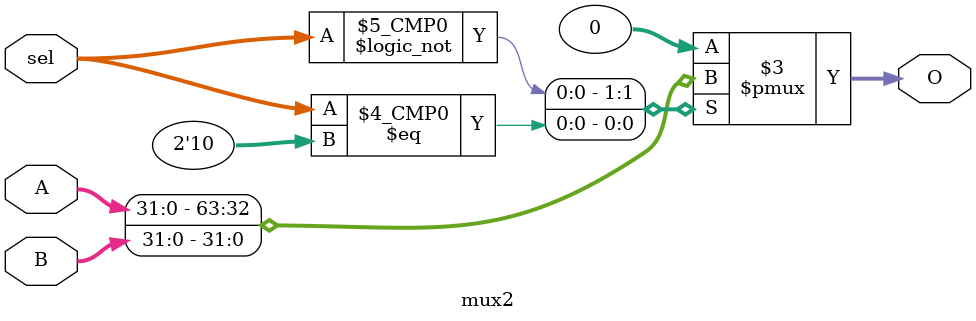
<source format=sv>
module mux2 (A, B, sel, O);
input  [31:0] A, B;
input [1:0] sel;
output logic [31:0] O;

always @(sel or A or B)
      case(sel)
				2'b00: O = A; 
				2'b01: O = 32'd0; 
				2'b10: O = B; 
				default: O = 32'd0;
      endcase
 
 
endmodule

</source>
